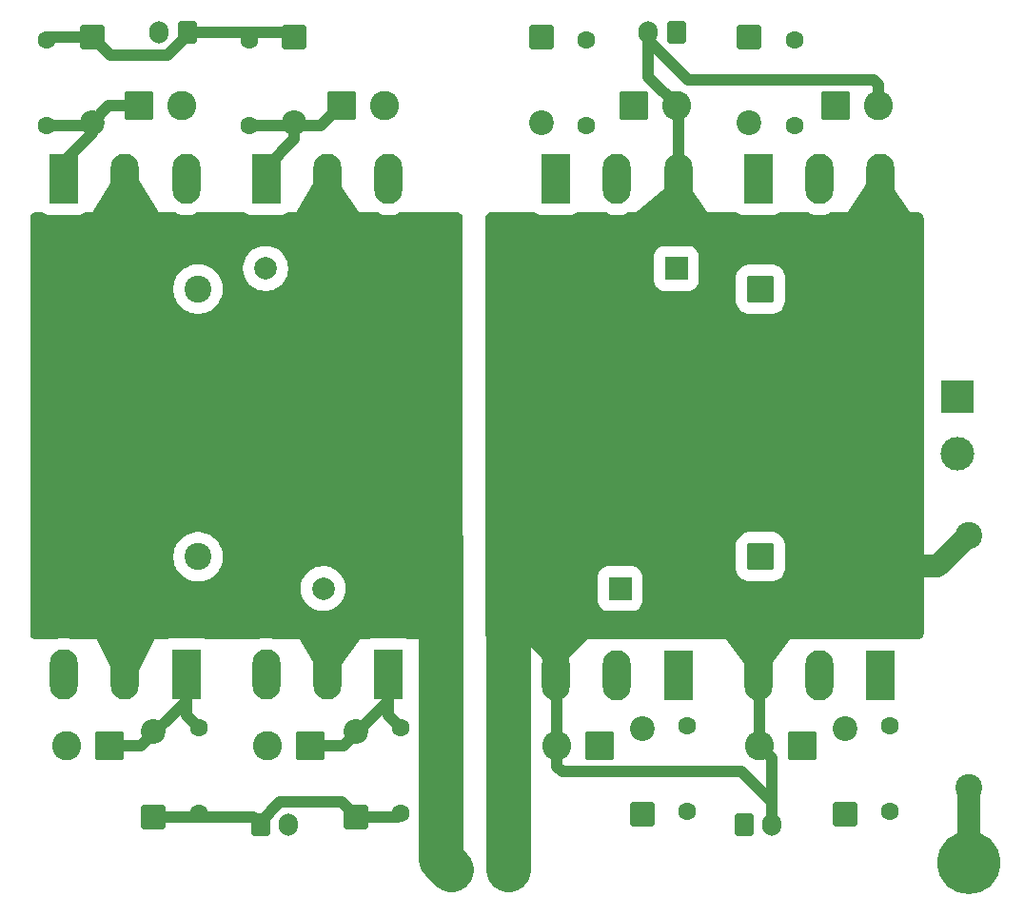
<source format=gbr>
%TF.GenerationSoftware,KiCad,Pcbnew,9.0.2*%
%TF.CreationDate,2025-07-13T13:24:00+03:30*%
%TF.ProjectId,paralleled-full-bridge,70617261-6c6c-4656-9c65-642d66756c6c,rev?*%
%TF.SameCoordinates,Original*%
%TF.FileFunction,Copper,L2,Bot*%
%TF.FilePolarity,Positive*%
%FSLAX46Y46*%
G04 Gerber Fmt 4.6, Leading zero omitted, Abs format (unit mm)*
G04 Created by KiCad (PCBNEW 9.0.2) date 2025-07-13 13:24:00*
%MOMM*%
%LPD*%
G01*
G04 APERTURE LIST*
G04 Aperture macros list*
%AMRoundRect*
0 Rectangle with rounded corners*
0 $1 Rounding radius*
0 $2 $3 $4 $5 $6 $7 $8 $9 X,Y pos of 4 corners*
0 Add a 4 corners polygon primitive as box body*
4,1,4,$2,$3,$4,$5,$6,$7,$8,$9,$2,$3,0*
0 Add four circle primitives for the rounded corners*
1,1,$1+$1,$2,$3*
1,1,$1+$1,$4,$5*
1,1,$1+$1,$6,$7*
1,1,$1+$1,$8,$9*
0 Add four rect primitives between the rounded corners*
20,1,$1+$1,$2,$3,$4,$5,0*
20,1,$1+$1,$4,$5,$6,$7,0*
20,1,$1+$1,$6,$7,$8,$9,0*
20,1,$1+$1,$8,$9,$2,$3,0*%
G04 Aperture macros list end*
%TA.AperFunction,Conductor*%
%ADD10C,0.200000*%
%TD*%
%TA.AperFunction,ComponentPad*%
%ADD11RoundRect,0.250000X1.050000X1.050000X-1.050000X1.050000X-1.050000X-1.050000X1.050000X-1.050000X0*%
%TD*%
%TA.AperFunction,ComponentPad*%
%ADD12C,2.600000*%
%TD*%
%TA.AperFunction,ComponentPad*%
%ADD13RoundRect,0.249999X-0.850001X0.850001X-0.850001X-0.850001X0.850001X-0.850001X0.850001X0.850001X0*%
%TD*%
%TA.AperFunction,ComponentPad*%
%ADD14C,2.200000*%
%TD*%
%TA.AperFunction,ComponentPad*%
%ADD15R,2.500000X4.500000*%
%TD*%
%TA.AperFunction,ComponentPad*%
%ADD16O,2.500000X4.500000*%
%TD*%
%TA.AperFunction,ComponentPad*%
%ADD17RoundRect,0.250001X0.949999X-0.949999X0.949999X0.949999X-0.949999X0.949999X-0.949999X-0.949999X0*%
%TD*%
%TA.AperFunction,ComponentPad*%
%ADD18C,2.400000*%
%TD*%
%TA.AperFunction,ComponentPad*%
%ADD19R,2.000000X2.000000*%
%TD*%
%TA.AperFunction,ComponentPad*%
%ADD20C,2.000000*%
%TD*%
%TA.AperFunction,ComponentPad*%
%ADD21C,1.600000*%
%TD*%
%TA.AperFunction,ComponentPad*%
%ADD22RoundRect,0.249999X0.850001X-0.850001X0.850001X0.850001X-0.850001X0.850001X-0.850001X-0.850001X0*%
%TD*%
%TA.AperFunction,ComponentPad*%
%ADD23RoundRect,0.250000X0.600000X0.750000X-0.600000X0.750000X-0.600000X-0.750000X0.600000X-0.750000X0*%
%TD*%
%TA.AperFunction,ComponentPad*%
%ADD24O,1.700000X2.000000*%
%TD*%
%TA.AperFunction,ComponentPad*%
%ADD25RoundRect,0.250000X-1.050000X-1.050000X1.050000X-1.050000X1.050000X1.050000X-1.050000X1.050000X0*%
%TD*%
%TA.AperFunction,ComponentPad*%
%ADD26RoundRect,0.250000X-0.600000X-0.750000X0.600000X-0.750000X0.600000X0.750000X-0.600000X0.750000X0*%
%TD*%
%TA.AperFunction,ComponentPad*%
%ADD27RoundRect,0.250001X-0.949999X0.949999X-0.949999X-0.949999X0.949999X-0.949999X0.949999X0.949999X0*%
%TD*%
%TA.AperFunction,ComponentPad*%
%ADD28C,2.800000*%
%TD*%
%TA.AperFunction,ComponentPad*%
%ADD29R,3.000000X3.000000*%
%TD*%
%TA.AperFunction,ComponentPad*%
%ADD30C,3.000000*%
%TD*%
%TA.AperFunction,ComponentPad*%
%ADD31C,3.600000*%
%TD*%
%TA.AperFunction,ConnectorPad*%
%ADD32C,5.600000*%
%TD*%
%TA.AperFunction,Conductor*%
%ADD33C,1.000000*%
%TD*%
%TA.AperFunction,Conductor*%
%ADD34C,0.400000*%
%TD*%
%TA.AperFunction,Conductor*%
%ADD35C,4.000000*%
%TD*%
%TA.AperFunction,Conductor*%
%ADD36C,2.000000*%
%TD*%
G04 APERTURE END LIST*
D10*
%TO.N,GNDREF*%
X83000000Y-36000000D02*
X76000000Y-36000000D01*
X79000000Y-33500000D01*
X81000000Y-33000000D01*
X83000000Y-36000000D01*
%TA.AperFunction,Conductor*%
G36*
X83000000Y-36000000D02*
G01*
X76000000Y-36000000D01*
X79000000Y-33500000D01*
X81000000Y-33000000D01*
X83000000Y-36000000D01*
G37*
%TD.AperFunction*%
%TO.N,VDC*%
X32000000Y-76500000D02*
X30000000Y-76500000D01*
X28000000Y-72500000D01*
X34000000Y-72500000D01*
X32000000Y-76500000D01*
%TA.AperFunction,Conductor*%
G36*
X32000000Y-76500000D02*
G01*
X30000000Y-76500000D01*
X28000000Y-72500000D01*
X34000000Y-72500000D01*
X32000000Y-76500000D01*
G37*
%TD.AperFunction*%
%TO.N,GNDREF*%
X70500000Y-75000000D02*
X70000000Y-76000000D01*
X68500000Y-76000000D01*
X68000000Y-75000000D01*
X66500000Y-73500000D01*
X72000000Y-73500000D01*
X70500000Y-75000000D01*
%TA.AperFunction,Conductor*%
G36*
X70500000Y-75000000D02*
G01*
X70000000Y-76000000D01*
X68500000Y-76000000D01*
X68000000Y-75000000D01*
X66500000Y-73500000D01*
X72000000Y-73500000D01*
X70500000Y-75000000D01*
G37*
%TD.AperFunction*%
%TO.N,VDC*%
X50000000Y-33000000D02*
X52000000Y-36000000D01*
X46000000Y-36000000D01*
X48000000Y-32500000D01*
X50000000Y-33000000D01*
%TA.AperFunction,Conductor*%
G36*
X50000000Y-33000000D02*
G01*
X52000000Y-36000000D01*
X46000000Y-36000000D01*
X48000000Y-32500000D01*
X50000000Y-33000000D01*
G37*
%TD.AperFunction*%
%TO.N,GNDREF*%
X101000000Y-36000000D02*
X95000000Y-36000000D01*
X97000000Y-33000000D01*
X99000000Y-33000000D01*
X101000000Y-36000000D01*
%TA.AperFunction,Conductor*%
G36*
X101000000Y-36000000D02*
G01*
X95000000Y-36000000D01*
X97000000Y-33000000D01*
X99000000Y-33000000D01*
X101000000Y-36000000D01*
G37*
%TD.AperFunction*%
%TO.N,VDC*%
X34500000Y-36500000D02*
X27500000Y-36500000D01*
X30000000Y-32500000D01*
X32000000Y-32500000D01*
X34500000Y-36500000D01*
%TA.AperFunction,Conductor*%
G36*
X34500000Y-36500000D02*
G01*
X27500000Y-36500000D01*
X30000000Y-32500000D01*
X32000000Y-32500000D01*
X34500000Y-36500000D01*
G37*
%TD.AperFunction*%
X50000000Y-76000000D02*
X48000000Y-76000000D01*
X46000000Y-72500000D01*
X52500000Y-72500000D01*
X50000000Y-76000000D01*
%TA.AperFunction,Conductor*%
G36*
X50000000Y-76000000D02*
G01*
X48000000Y-76000000D01*
X46000000Y-72500000D01*
X52500000Y-72500000D01*
X50000000Y-76000000D01*
G37*
%TD.AperFunction*%
%TO.N,GNDREF*%
X88500000Y-75500000D02*
X86000000Y-75500000D01*
X84500000Y-73500000D01*
X90000000Y-73500000D01*
X88500000Y-75500000D01*
%TA.AperFunction,Conductor*%
G36*
X88500000Y-75500000D02*
G01*
X86000000Y-75500000D01*
X84500000Y-73500000D01*
X90000000Y-73500000D01*
X88500000Y-75500000D01*
G37*
%TD.AperFunction*%
%TD*%
D11*
%TO.P,D16,1,A1*%
%TO.N,/Net-(D15-A1)*%
X47420000Y-83000000D03*
D12*
%TO.P,D16,2,A2*%
%TO.N,/BridgeRight*%
X43610000Y-83000000D03*
%TD*%
D13*
%TO.P,D2,1,K*%
%TO.N,/Gate Left High*%
X28000000Y-19890000D03*
D14*
%TO.P,D2,2,A*%
%TO.N,/Net-(D1-A)*%
X28000000Y-27510000D03*
%TD*%
D15*
%TO.P,Q6,1,G*%
%TO.N,/Net-(D15-A1)*%
X54400000Y-76640000D03*
D16*
%TO.P,Q6,2,C*%
%TO.N,VDC*%
X48950000Y-76640000D03*
%TO.P,Q6,3,E*%
%TO.N,/BridgeRight*%
X43500000Y-76640000D03*
%TD*%
D17*
%TO.P,D9,1,A1*%
%TO.N,VDC*%
X37450000Y-52500000D03*
D18*
%TO.P,D9,2,A2*%
%TO.N,/BridgeLeft*%
X37450000Y-42340000D03*
%TD*%
D19*
%TO.P,D13,1,K*%
%TO.N,/BridgeLeft*%
X80000000Y-40500000D03*
D20*
%TO.P,D13,2,A*%
%TO.N,GNDREF*%
X74920000Y-40500000D03*
%TD*%
D21*
%TO.P,R6,1*%
%TO.N,/Gate Right Low*%
X99000000Y-88810000D03*
%TO.P,R6,2*%
%TO.N,/Net-(D19-A)*%
X99000000Y-81190000D03*
%TD*%
%TO.P,R8,1*%
%TO.N,/Gate Right High*%
X55500000Y-89010000D03*
%TO.P,R8,2*%
%TO.N,/Net-(D15-A1)*%
X55500000Y-81390000D03*
%TD*%
D17*
%TO.P,D19,1,A1*%
%TO.N,/BridgeRight*%
X87500000Y-66160000D03*
D18*
%TO.P,D19,2,A2*%
%TO.N,GNDREF*%
X87500000Y-56000000D03*
%TD*%
D11*
%TO.P,D18,1,A1*%
%TO.N,/Net-(D17-A)*%
X73195000Y-83000000D03*
D12*
%TO.P,D18,2,A2*%
%TO.N,GNDREF*%
X69385000Y-83000000D03*
%TD*%
D19*
%TO.P,D11,1,K*%
%TO.N,VDC*%
X48540000Y-40500000D03*
D20*
%TO.P,D11,2,A*%
%TO.N,/BridgeLeft*%
X43460000Y-40500000D03*
%TD*%
D11*
%TO.P,D20,1,A1*%
%TO.N,/Net-(D19-A)*%
X91195000Y-83000000D03*
D12*
%TO.P,D20,2,A2*%
%TO.N,GNDREF*%
X87385000Y-83000000D03*
%TD*%
D22*
%TO.P,D24,1,K*%
%TO.N,/Gate Right Low*%
X95000000Y-89110000D03*
D14*
%TO.P,D24,2,A*%
%TO.N,/Net-(D19-A)*%
X95000000Y-81490000D03*
%TD*%
D23*
%TO.P,J2,1,Pin_1*%
%TO.N,/Gate Left Low*%
X80000000Y-19500000D03*
D24*
%TO.P,J2,2,Pin_2*%
%TO.N,GNDREF*%
X77500000Y-19500000D03*
%TD*%
D22*
%TO.P,D23,1,K*%
%TO.N,/Gate Right Low*%
X77000000Y-89120000D03*
D14*
%TO.P,D23,2,A*%
%TO.N,/Net-(D17-A)*%
X77000000Y-81500000D03*
%TD*%
D15*
%TO.P,Q3,1,G*%
%TO.N,/Net-(D5-A1)*%
X87275000Y-32500000D03*
D16*
%TO.P,Q3,2,C*%
%TO.N,/BridgeLeft*%
X92725000Y-32500000D03*
%TO.P,Q3,3,E*%
%TO.N,GNDREF*%
X98175000Y-32500000D03*
%TD*%
D25*
%TO.P,D1,1,A1*%
%TO.N,/Net-(D1-A)*%
X32190000Y-26000000D03*
D12*
%TO.P,D1,2,A2*%
%TO.N,/BridgeLeft*%
X36000000Y-26000000D03*
%TD*%
D21*
%TO.P,R2,1*%
%TO.N,/Gate Left High*%
X42000000Y-20190000D03*
%TO.P,R2,2*%
%TO.N,Net-(D3-A)*%
X42000000Y-27810000D03*
%TD*%
%TO.P,R3,1*%
%TO.N,/Gate Left Low*%
X72000000Y-20190000D03*
%TO.P,R3,2*%
%TO.N,/Net-(D6-A1)*%
X72000000Y-27810000D03*
%TD*%
D26*
%TO.P,J6,1,Pin_1*%
%TO.N,/Gate Right Low*%
X86000000Y-90000000D03*
D24*
%TO.P,J6,2,Pin_2*%
%TO.N,GNDREF*%
X88500000Y-90000000D03*
%TD*%
D27*
%TO.P,D12,1,A1*%
%TO.N,/BridgeLeft*%
X87500000Y-42340000D03*
D18*
%TO.P,D12,2,A2*%
%TO.N,GNDREF*%
X87500000Y-52500000D03*
%TD*%
D28*
%TO.P,Snubber1,1*%
%TO.N,GNDREF*%
X80575000Y-54610000D03*
%TO.P,Snubber1,2*%
%TO.N,VDC*%
X43075000Y-54610000D03*
%TD*%
D25*
%TO.P,D4,1,A1*%
%TO.N,Net-(D3-A)*%
X50190000Y-26000000D03*
D12*
%TO.P,D4,2,A2*%
%TO.N,/BridgeLeft*%
X54000000Y-26000000D03*
%TD*%
D21*
%TO.P,R1,1*%
%TO.N,/Gate Left High*%
X24000000Y-20190000D03*
%TO.P,R1,2*%
%TO.N,/Net-(D1-A)*%
X24000000Y-27810000D03*
%TD*%
D15*
%TO.P,Q7,1,G*%
%TO.N,/Net-(D17-A)*%
X80175000Y-76750000D03*
D16*
%TO.P,Q7,2,C*%
%TO.N,/BridgeRight*%
X74725000Y-76750000D03*
%TO.P,Q7,3,E*%
%TO.N,GNDREF*%
X69275000Y-76750000D03*
%TD*%
D19*
%TO.P,D15,1,K*%
%TO.N,VDC*%
X43500000Y-69000000D03*
D20*
%TO.P,D15,2,A*%
%TO.N,/BridgeRight*%
X48580000Y-69000000D03*
%TD*%
D15*
%TO.P,Q8,1,G*%
%TO.N,/Net-(D19-A)*%
X98175000Y-76750000D03*
D16*
%TO.P,Q8,2,C*%
%TO.N,/BridgeRight*%
X92725000Y-76750000D03*
%TO.P,Q8,3,E*%
%TO.N,GNDREF*%
X87275000Y-76750000D03*
%TD*%
D21*
%TO.P,R7,1*%
%TO.N,/Gate Right High*%
X37550000Y-89010000D03*
%TO.P,R7,2*%
%TO.N,/Net-(D13-A)*%
X37550000Y-81390000D03*
%TD*%
D19*
%TO.P,D17,1,K*%
%TO.N,/BridgeRight*%
X75000000Y-69000000D03*
D20*
%TO.P,D17,2,A*%
%TO.N,GNDREF*%
X80080000Y-69000000D03*
%TD*%
D13*
%TO.P,D7,1,K*%
%TO.N,/Gate Left Low*%
X86500000Y-19890000D03*
D14*
%TO.P,D7,2,A*%
%TO.N,/Net-(D5-A1)*%
X86500000Y-27510000D03*
%TD*%
D15*
%TO.P,Q2,1,G*%
%TO.N,Net-(D3-A)*%
X43500000Y-32500000D03*
D16*
%TO.P,Q2,2,C*%
%TO.N,VDC*%
X48950000Y-32500000D03*
%TO.P,Q2,3,E*%
%TO.N,/BridgeLeft*%
X54400000Y-32500000D03*
%TD*%
D25*
%TO.P,D6,1,A1*%
%TO.N,/Net-(D6-A1)*%
X76190000Y-26000000D03*
D12*
%TO.P,D6,2,A2*%
%TO.N,GNDREF*%
X80000000Y-26000000D03*
%TD*%
D22*
%TO.P,D22,1,K*%
%TO.N,/Gate Right High*%
X51500000Y-89310000D03*
D14*
%TO.P,D22,2,A*%
%TO.N,/Net-(D15-A1)*%
X51500000Y-81690000D03*
%TD*%
D26*
%TO.P,J4,1,Pin_1*%
%TO.N,/Gate Right High*%
X43000000Y-90000000D03*
D24*
%TO.P,J4,2,Pin_2*%
%TO.N,/BridgeRight*%
X45500000Y-90000000D03*
%TD*%
D29*
%TO.P,J5,1,Pin_1*%
%TO.N,GNDREF*%
X65040000Y-94000000D03*
D30*
%TO.P,J5,2,Pin_2*%
%TO.N,VDC*%
X59960000Y-94000000D03*
%TD*%
D23*
%TO.P,J1,1,Pin_1*%
%TO.N,/Gate Left High*%
X36500000Y-19500000D03*
D24*
%TO.P,J1,2,Pin_2*%
%TO.N,/BridgeLeft*%
X34000000Y-19500000D03*
%TD*%
D11*
%TO.P,D14,1,A1*%
%TO.N,/Net-(D13-A)*%
X29560000Y-83000000D03*
D12*
%TO.P,D14,2,A2*%
%TO.N,/BridgeRight*%
X25750000Y-83000000D03*
%TD*%
D25*
%TO.P,D8,1,A1*%
%TO.N,/Net-(D5-A1)*%
X94190000Y-26000000D03*
D12*
%TO.P,D8,2,A2*%
%TO.N,GNDREF*%
X98000000Y-26000000D03*
%TD*%
D21*
%TO.P,R4,1*%
%TO.N,/Gate Left Low*%
X90500000Y-20190000D03*
%TO.P,R4,2*%
%TO.N,/Net-(D5-A1)*%
X90500000Y-27810000D03*
%TD*%
D22*
%TO.P,D21,1,K*%
%TO.N,/Gate Right High*%
X33500000Y-89310000D03*
D14*
%TO.P,D21,2,A*%
%TO.N,/Net-(D13-A)*%
X33500000Y-81690000D03*
%TD*%
D13*
%TO.P,D3,1,K*%
%TO.N,/Gate Left High*%
X46000000Y-19890000D03*
D14*
%TO.P,D3,2,A*%
%TO.N,Net-(D3-A)*%
X46000000Y-27510000D03*
%TD*%
D31*
%TO.P,H4,1,1*%
%TO.N,GND*%
X106000000Y-93400000D03*
D32*
X106000000Y-93400000D03*
%TD*%
D18*
%TO.P,C1,1*%
%TO.N,GNDREF*%
X106000000Y-64250000D03*
%TO.P,C1,2*%
%TO.N,GND*%
X106000000Y-86750000D03*
%TD*%
D27*
%TO.P,D10,1,A1*%
%TO.N,VDC*%
X37450000Y-56000000D03*
D18*
%TO.P,D10,2,A2*%
%TO.N,/BridgeRight*%
X37450000Y-66160000D03*
%TD*%
D15*
%TO.P,Q5,1,G*%
%TO.N,/Net-(D13-A)*%
X36400000Y-76640000D03*
D16*
%TO.P,Q5,2,C*%
%TO.N,VDC*%
X30950000Y-76640000D03*
%TO.P,Q5,3,E*%
%TO.N,/BridgeRight*%
X25500000Y-76640000D03*
%TD*%
D13*
%TO.P,D5,1,K*%
%TO.N,/Gate Left Low*%
X68000000Y-19890000D03*
D14*
%TO.P,D5,2,A*%
%TO.N,/Net-(D6-A1)*%
X68000000Y-27510000D03*
%TD*%
D15*
%TO.P,Q1,1,G*%
%TO.N,/Net-(D1-A)*%
X25500000Y-32500000D03*
D16*
%TO.P,Q1,2,C*%
%TO.N,VDC*%
X30950000Y-32500000D03*
%TO.P,Q1,3,E*%
%TO.N,/BridgeLeft*%
X36400000Y-32500000D03*
%TD*%
D29*
%TO.P,J3,1,Pin_1*%
%TO.N,/BridgeLeft*%
X105000000Y-51920000D03*
D30*
%TO.P,J3,2,Pin_2*%
%TO.N,/BridgeRight*%
X105000000Y-57000000D03*
%TD*%
D21*
%TO.P,R5,1*%
%TO.N,/Gate Right Low*%
X81000000Y-88820000D03*
%TO.P,R5,2*%
%TO.N,/Net-(D17-A)*%
X81000000Y-81200000D03*
%TD*%
D15*
%TO.P,Q4,1,G*%
%TO.N,/Net-(D6-A1)*%
X69275000Y-32500000D03*
D16*
%TO.P,Q4,2,C*%
%TO.N,/BridgeLeft*%
X74725000Y-32500000D03*
%TO.P,Q4,3,E*%
%TO.N,GNDREF*%
X80175000Y-32500000D03*
%TD*%
D18*
%TO.P,R9,1*%
%TO.N,VDC*%
X50340000Y-54500000D03*
%TO.P,R9,2*%
%TO.N,GNDREF*%
X70660000Y-54500000D03*
%TD*%
D33*
%TO.N,GNDREF*%
X69847523Y-85301000D02*
X69385000Y-84838477D01*
D34*
X64500000Y-72500000D02*
X67000000Y-72500000D01*
D33*
X98000000Y-24161523D02*
X98000000Y-26000000D01*
X87385000Y-83000000D02*
X87385000Y-76860000D01*
X69385000Y-83000000D02*
X69385000Y-76860000D01*
X88500000Y-88000000D02*
X85801000Y-85301000D01*
D35*
X65040000Y-94000000D02*
X65040000Y-71960000D01*
D33*
X81072892Y-23699000D02*
X97537477Y-23699000D01*
X77500000Y-19500000D02*
X77500000Y-20126108D01*
X77500000Y-19500000D02*
X77500000Y-23433892D01*
X88500000Y-84115000D02*
X87385000Y-83000000D01*
X80175000Y-26108892D02*
X80175000Y-32500000D01*
X88500000Y-90000000D02*
X88500000Y-88000000D01*
D36*
X103250000Y-67000000D02*
X95500000Y-67000000D01*
D33*
X69385000Y-84838477D02*
X69385000Y-83000000D01*
X77500000Y-23433892D02*
X80175000Y-26108892D01*
X77500000Y-20126108D02*
X81072892Y-23699000D01*
X100640000Y-67360000D02*
X100500000Y-67500000D01*
D34*
X64000000Y-73000000D02*
X64500000Y-72500000D01*
D33*
X65040000Y-71960000D02*
X65500000Y-71500000D01*
X97537477Y-23699000D02*
X98000000Y-24161523D01*
D36*
X106000000Y-64250000D02*
X103250000Y-67000000D01*
D33*
X88500000Y-90000000D02*
X88500000Y-84115000D01*
X85801000Y-85301000D02*
X69847523Y-85301000D01*
D36*
%TO.N,GND*%
X106000000Y-86750000D02*
X106000000Y-93400000D01*
D35*
%TO.N,VDC*%
X59960000Y-94000000D02*
X59000000Y-93040000D01*
X59000000Y-93040000D02*
X59000000Y-64500000D01*
D33*
%TO.N,/Gate Left High*%
X24300000Y-19890000D02*
X24000000Y-20190000D01*
X29611000Y-21501000D02*
X28000000Y-19890000D01*
X28000000Y-19890000D02*
X24300000Y-19890000D01*
X36500000Y-19767709D02*
X34766709Y-21501000D01*
X34766709Y-21501000D02*
X29611000Y-21501000D01*
X36500000Y-19500000D02*
X45610000Y-19500000D01*
%TO.N,Net-(D3-A)*%
X48380000Y-27810000D02*
X50190000Y-26000000D01*
X42000000Y-27810000D02*
X48380000Y-27810000D01*
X46000000Y-29000000D02*
X46000000Y-27510000D01*
X43500000Y-31500000D02*
X46000000Y-29000000D01*
%TO.N,/Gate Right High*%
X43000000Y-89732291D02*
X44733291Y-87999000D01*
X55200000Y-89310000D02*
X55500000Y-89010000D01*
X33500000Y-89310000D02*
X42310000Y-89310000D01*
X51500000Y-89310000D02*
X55200000Y-89310000D01*
X44733291Y-87999000D02*
X50189000Y-87999000D01*
X42310000Y-89310000D02*
X43000000Y-90000000D01*
X50189000Y-87999000D02*
X51500000Y-89310000D01*
%TO.N,/Net-(D1-A)*%
X29510000Y-26000000D02*
X28000000Y-27510000D01*
X32190000Y-26000000D02*
X29510000Y-26000000D01*
X28000000Y-28500000D02*
X28000000Y-27510000D01*
X25500000Y-31000000D02*
X28000000Y-28500000D01*
X24000000Y-27810000D02*
X27700000Y-27810000D01*
%TO.N,/Net-(D13-A)*%
X36400000Y-80240000D02*
X37550000Y-81390000D01*
X29560000Y-83000000D02*
X32400000Y-83000000D01*
X36400000Y-76640000D02*
X36400000Y-79000000D01*
X32400000Y-83000000D02*
X36400000Y-79000000D01*
X36400000Y-79000000D02*
X36400000Y-80240000D01*
%TO.N,/Net-(D15-A1)*%
X50400000Y-83000000D02*
X54400000Y-79000000D01*
X54400000Y-80290000D02*
X55500000Y-81390000D01*
X47420000Y-83000000D02*
X50400000Y-83000000D01*
X54400000Y-76640000D02*
X54400000Y-79000000D01*
X54400000Y-79000000D02*
X54400000Y-80290000D01*
%TD*%
%TA.AperFunction,Conductor*%
%TO.N,GNDREF*%
G36*
X67384479Y-35519685D02*
G01*
X67395800Y-35527898D01*
X67471587Y-35589694D01*
X67471590Y-35589695D01*
X67471593Y-35589698D01*
X67651951Y-35683909D01*
X67847582Y-35739886D01*
X67966963Y-35750500D01*
X70583036Y-35750499D01*
X70702418Y-35739886D01*
X70898049Y-35683909D01*
X71078407Y-35589698D01*
X71094072Y-35576925D01*
X71154200Y-35527898D01*
X71218596Y-35500789D01*
X71232560Y-35500000D01*
X73654875Y-35500000D01*
X73716877Y-35516614D01*
X73727493Y-35522743D01*
X74000048Y-35635639D01*
X74285007Y-35711993D01*
X74563415Y-35748646D01*
X74577478Y-35750498D01*
X74577494Y-35750500D01*
X74577501Y-35750500D01*
X74872499Y-35750500D01*
X74872506Y-35750500D01*
X75164993Y-35711993D01*
X75449952Y-35635639D01*
X75722507Y-35522743D01*
X75733123Y-35516614D01*
X75795125Y-35500000D01*
X85317440Y-35500000D01*
X85384479Y-35519685D01*
X85395800Y-35527898D01*
X85471587Y-35589694D01*
X85471590Y-35589695D01*
X85471593Y-35589698D01*
X85651951Y-35683909D01*
X85847582Y-35739886D01*
X85966963Y-35750500D01*
X88583036Y-35750499D01*
X88702418Y-35739886D01*
X88898049Y-35683909D01*
X89078407Y-35589698D01*
X89094072Y-35576925D01*
X89154200Y-35527898D01*
X89218596Y-35500789D01*
X89232560Y-35500000D01*
X91654875Y-35500000D01*
X91716877Y-35516614D01*
X91727493Y-35522743D01*
X92000048Y-35635639D01*
X92285007Y-35711993D01*
X92563415Y-35748646D01*
X92577478Y-35750498D01*
X92577494Y-35750500D01*
X92577501Y-35750500D01*
X92872499Y-35750500D01*
X92872506Y-35750500D01*
X93164993Y-35711993D01*
X93449952Y-35635639D01*
X93722507Y-35522743D01*
X93733123Y-35516614D01*
X93795125Y-35500000D01*
X101491874Y-35500000D01*
X101508059Y-35501061D01*
X101613223Y-35514906D01*
X101644491Y-35523284D01*
X101734918Y-35560740D01*
X101762952Y-35576925D01*
X101840602Y-35636509D01*
X101863491Y-35659398D01*
X101923074Y-35737048D01*
X101939259Y-35765081D01*
X101976715Y-35855508D01*
X101985093Y-35886775D01*
X101998939Y-35991939D01*
X102000000Y-36008125D01*
X102000000Y-72991874D01*
X101998939Y-73008059D01*
X101998939Y-73008060D01*
X101985093Y-73113224D01*
X101976715Y-73144491D01*
X101939259Y-73234918D01*
X101923074Y-73262951D01*
X101863491Y-73340601D01*
X101840601Y-73363491D01*
X101762951Y-73423074D01*
X101734918Y-73439259D01*
X101644491Y-73476715D01*
X101613224Y-73485093D01*
X101519398Y-73497446D01*
X101508058Y-73498939D01*
X101491874Y-73500000D01*
X99494160Y-73500000D01*
X99483185Y-73499513D01*
X99483038Y-73499500D01*
X96866971Y-73499500D01*
X96866950Y-73499501D01*
X96866826Y-73499513D01*
X96855852Y-73500000D01*
X93500000Y-73500000D01*
X92884193Y-73500000D01*
X92876082Y-73499734D01*
X92872512Y-73499500D01*
X92872506Y-73499500D01*
X92577494Y-73499500D01*
X92577488Y-73499500D01*
X92573918Y-73499734D01*
X92565807Y-73500000D01*
X81494160Y-73500000D01*
X81483185Y-73499513D01*
X81483038Y-73499500D01*
X78866971Y-73499500D01*
X78866950Y-73499501D01*
X78866826Y-73499513D01*
X78855852Y-73500000D01*
X74884193Y-73500000D01*
X74876082Y-73499734D01*
X74872512Y-73499500D01*
X74872506Y-73499500D01*
X74577494Y-73499500D01*
X74577488Y-73499500D01*
X74573918Y-73499734D01*
X74565807Y-73500000D01*
X63508126Y-73500000D01*
X63491941Y-73498939D01*
X63478917Y-73497224D01*
X63386775Y-73485093D01*
X63355508Y-73476715D01*
X63265081Y-73439259D01*
X63237048Y-73423074D01*
X63159398Y-73363491D01*
X63136508Y-73340601D01*
X63076925Y-73262951D01*
X63060740Y-73234918D01*
X63023284Y-73144491D01*
X63014906Y-73113223D01*
X63001061Y-73008059D01*
X63000000Y-72991874D01*
X63000000Y-67941966D01*
X72999500Y-67941966D01*
X72999500Y-70058028D01*
X72999501Y-70058034D01*
X73010113Y-70177415D01*
X73066089Y-70373045D01*
X73066090Y-70373048D01*
X73066091Y-70373049D01*
X73160302Y-70553407D01*
X73160304Y-70553409D01*
X73288890Y-70711109D01*
X73382803Y-70787684D01*
X73446593Y-70839698D01*
X73626951Y-70933909D01*
X73822582Y-70989886D01*
X73941963Y-71000500D01*
X76058036Y-71000499D01*
X76177418Y-70989886D01*
X76373049Y-70933909D01*
X76553407Y-70839698D01*
X76711109Y-70711109D01*
X76839698Y-70553407D01*
X76933909Y-70373049D01*
X76989886Y-70177418D01*
X77000500Y-70058037D01*
X77000499Y-67941964D01*
X76989886Y-67822582D01*
X76933909Y-67626951D01*
X76839698Y-67446593D01*
X76787684Y-67382803D01*
X76711109Y-67288890D01*
X76553409Y-67160304D01*
X76553410Y-67160304D01*
X76553407Y-67160302D01*
X76373049Y-67066091D01*
X76373048Y-67066090D01*
X76373045Y-67066089D01*
X76255829Y-67032550D01*
X76177418Y-67010114D01*
X76177415Y-67010113D01*
X76177413Y-67010113D01*
X76111102Y-67004217D01*
X76058037Y-66999500D01*
X76058032Y-66999500D01*
X73941971Y-66999500D01*
X73941965Y-66999500D01*
X73941964Y-66999501D01*
X73930316Y-67000536D01*
X73822584Y-67010113D01*
X73626954Y-67066089D01*
X73536772Y-67113196D01*
X73446593Y-67160302D01*
X73446591Y-67160303D01*
X73446590Y-67160304D01*
X73288890Y-67288890D01*
X73160304Y-67446590D01*
X73066089Y-67626954D01*
X73010114Y-67822583D01*
X73010113Y-67822586D01*
X72999500Y-67941966D01*
X63000000Y-67941966D01*
X63000000Y-65145778D01*
X85299500Y-65145778D01*
X85299500Y-67174221D01*
X85309904Y-67306412D01*
X85309905Y-67306419D01*
X85364902Y-67524678D01*
X85364903Y-67524681D01*
X85457991Y-67729622D01*
X85457997Y-67729632D01*
X85586174Y-67914645D01*
X85586178Y-67914650D01*
X85586181Y-67914654D01*
X85745346Y-68073819D01*
X85745350Y-68073822D01*
X85745354Y-68073825D01*
X85884603Y-68170297D01*
X85930374Y-68202007D01*
X86135317Y-68295096D01*
X86135321Y-68295097D01*
X86353580Y-68350094D01*
X86353582Y-68350094D01*
X86353589Y-68350096D01*
X86485784Y-68360500D01*
X86485792Y-68360500D01*
X88514208Y-68360500D01*
X88514216Y-68360500D01*
X88646411Y-68350096D01*
X88864683Y-68295096D01*
X89069626Y-68202007D01*
X89254654Y-68073819D01*
X89413819Y-67914654D01*
X89542007Y-67729626D01*
X89635096Y-67524683D01*
X89690096Y-67306411D01*
X89700500Y-67174216D01*
X89700500Y-65145784D01*
X89690096Y-65013589D01*
X89635096Y-64795317D01*
X89542007Y-64590374D01*
X89413819Y-64405346D01*
X89254654Y-64246181D01*
X89254650Y-64246178D01*
X89254645Y-64246174D01*
X89069632Y-64117997D01*
X89069630Y-64117995D01*
X89069626Y-64117993D01*
X88864683Y-64024904D01*
X88864681Y-64024903D01*
X88864678Y-64024902D01*
X88646419Y-63969905D01*
X88646412Y-63969904D01*
X88514221Y-63959500D01*
X88514216Y-63959500D01*
X86485784Y-63959500D01*
X86485778Y-63959500D01*
X86353587Y-63969904D01*
X86353580Y-63969905D01*
X86135321Y-64024902D01*
X86135318Y-64024903D01*
X85930377Y-64117991D01*
X85930367Y-64117997D01*
X85745354Y-64246174D01*
X85745342Y-64246184D01*
X85586184Y-64405342D01*
X85586174Y-64405354D01*
X85457997Y-64590367D01*
X85457991Y-64590377D01*
X85364903Y-64795318D01*
X85364902Y-64795321D01*
X85309905Y-65013580D01*
X85309904Y-65013587D01*
X85299500Y-65145778D01*
X63000000Y-65145778D01*
X63000000Y-39441966D01*
X77999500Y-39441966D01*
X77999500Y-41558028D01*
X77999501Y-41558034D01*
X78010113Y-41677415D01*
X78066089Y-41873045D01*
X78066090Y-41873048D01*
X78066091Y-41873049D01*
X78160302Y-42053407D01*
X78160304Y-42053409D01*
X78288890Y-42211109D01*
X78382803Y-42287684D01*
X78446593Y-42339698D01*
X78626951Y-42433909D01*
X78822582Y-42489886D01*
X78941963Y-42500500D01*
X81058036Y-42500499D01*
X81177418Y-42489886D01*
X81373049Y-42433909D01*
X81553407Y-42339698D01*
X81711109Y-42211109D01*
X81839698Y-42053407D01*
X81933909Y-41873049D01*
X81989886Y-41677418D01*
X82000500Y-41558037D01*
X82000500Y-41325778D01*
X85299500Y-41325778D01*
X85299500Y-43354221D01*
X85309904Y-43486412D01*
X85309905Y-43486419D01*
X85364902Y-43704678D01*
X85364903Y-43704681D01*
X85457991Y-43909622D01*
X85457997Y-43909632D01*
X85586174Y-44094645D01*
X85586178Y-44094650D01*
X85586181Y-44094654D01*
X85745346Y-44253819D01*
X85745350Y-44253822D01*
X85745354Y-44253825D01*
X85884603Y-44350297D01*
X85930374Y-44382007D01*
X86135317Y-44475096D01*
X86135321Y-44475097D01*
X86353580Y-44530094D01*
X86353582Y-44530094D01*
X86353589Y-44530096D01*
X86485784Y-44540500D01*
X86485792Y-44540500D01*
X88514208Y-44540500D01*
X88514216Y-44540500D01*
X88646411Y-44530096D01*
X88864683Y-44475096D01*
X89069626Y-44382007D01*
X89254654Y-44253819D01*
X89413819Y-44094654D01*
X89542007Y-43909626D01*
X89635096Y-43704683D01*
X89690096Y-43486411D01*
X89700500Y-43354216D01*
X89700500Y-41325784D01*
X89690096Y-41193589D01*
X89635096Y-40975317D01*
X89542007Y-40770374D01*
X89413819Y-40585346D01*
X89254654Y-40426181D01*
X89254650Y-40426178D01*
X89254645Y-40426174D01*
X89069632Y-40297997D01*
X89069630Y-40297995D01*
X89069626Y-40297993D01*
X88864683Y-40204904D01*
X88864681Y-40204903D01*
X88864678Y-40204902D01*
X88646419Y-40149905D01*
X88646412Y-40149904D01*
X88514221Y-40139500D01*
X88514216Y-40139500D01*
X86485784Y-40139500D01*
X86485778Y-40139500D01*
X86353587Y-40149904D01*
X86353580Y-40149905D01*
X86135321Y-40204902D01*
X86135318Y-40204903D01*
X85930377Y-40297991D01*
X85930367Y-40297997D01*
X85745354Y-40426174D01*
X85745342Y-40426184D01*
X85586184Y-40585342D01*
X85586174Y-40585354D01*
X85457997Y-40770367D01*
X85457991Y-40770377D01*
X85364903Y-40975318D01*
X85364902Y-40975321D01*
X85309905Y-41193580D01*
X85309904Y-41193587D01*
X85299500Y-41325778D01*
X82000500Y-41325778D01*
X82000499Y-40426184D01*
X82000499Y-39441971D01*
X82000499Y-39441964D01*
X81989886Y-39322582D01*
X81933909Y-39126951D01*
X81839698Y-38946593D01*
X81787684Y-38882803D01*
X81711109Y-38788890D01*
X81553409Y-38660304D01*
X81553410Y-38660304D01*
X81553407Y-38660302D01*
X81373049Y-38566091D01*
X81373048Y-38566090D01*
X81373045Y-38566089D01*
X81255829Y-38532550D01*
X81177418Y-38510114D01*
X81177415Y-38510113D01*
X81177413Y-38510113D01*
X81111102Y-38504217D01*
X81058037Y-38499500D01*
X81058032Y-38499500D01*
X78941971Y-38499500D01*
X78941965Y-38499500D01*
X78941964Y-38499501D01*
X78930316Y-38500536D01*
X78822584Y-38510113D01*
X78626954Y-38566089D01*
X78536772Y-38613196D01*
X78446593Y-38660302D01*
X78446591Y-38660303D01*
X78446590Y-38660304D01*
X78288890Y-38788890D01*
X78160304Y-38946590D01*
X78066089Y-39126954D01*
X78010114Y-39322583D01*
X78010113Y-39322586D01*
X77999500Y-39441966D01*
X63000000Y-39441966D01*
X63000000Y-36008125D01*
X63001061Y-35991940D01*
X63014906Y-35886776D01*
X63014906Y-35886775D01*
X63023284Y-35855508D01*
X63060740Y-35765081D01*
X63076923Y-35737050D01*
X63136513Y-35659392D01*
X63159392Y-35636513D01*
X63237050Y-35576923D01*
X63265079Y-35560740D01*
X63355509Y-35523283D01*
X63386775Y-35514906D01*
X63491941Y-35501061D01*
X63508126Y-35500000D01*
X67317440Y-35500000D01*
X67384479Y-35519685D01*
G37*
%TD.AperFunction*%
%TD*%
%TA.AperFunction,Conductor*%
%TO.N,VDC*%
G36*
X23609479Y-35519685D02*
G01*
X23620800Y-35527898D01*
X23696587Y-35589694D01*
X23696590Y-35589695D01*
X23696593Y-35589698D01*
X23876951Y-35683909D01*
X24072582Y-35739886D01*
X24191963Y-35750500D01*
X26808036Y-35750499D01*
X26927418Y-35739886D01*
X27123049Y-35683909D01*
X27303407Y-35589698D01*
X27319072Y-35576925D01*
X27379200Y-35527898D01*
X27443596Y-35500789D01*
X27457560Y-35500000D01*
X35329875Y-35500000D01*
X35391877Y-35516614D01*
X35402493Y-35522743D01*
X35675048Y-35635639D01*
X35960007Y-35711993D01*
X36238415Y-35748646D01*
X36252478Y-35750498D01*
X36252494Y-35750500D01*
X36252501Y-35750500D01*
X36547499Y-35750500D01*
X36547506Y-35750500D01*
X36839993Y-35711993D01*
X37124952Y-35635639D01*
X37397507Y-35522743D01*
X37408123Y-35516614D01*
X37470125Y-35500000D01*
X41542440Y-35500000D01*
X41609479Y-35519685D01*
X41620800Y-35527898D01*
X41696587Y-35589694D01*
X41696590Y-35589695D01*
X41696593Y-35589698D01*
X41876951Y-35683909D01*
X42072582Y-35739886D01*
X42191963Y-35750500D01*
X44808036Y-35750499D01*
X44927418Y-35739886D01*
X45123049Y-35683909D01*
X45303407Y-35589698D01*
X45319072Y-35576925D01*
X45379200Y-35527898D01*
X45443596Y-35500789D01*
X45457560Y-35500000D01*
X53329875Y-35500000D01*
X53391877Y-35516614D01*
X53402493Y-35522743D01*
X53675048Y-35635639D01*
X53960007Y-35711993D01*
X54238415Y-35748646D01*
X54252478Y-35750498D01*
X54252494Y-35750500D01*
X54252501Y-35750500D01*
X54547499Y-35750500D01*
X54547506Y-35750500D01*
X54839993Y-35711993D01*
X55124952Y-35635639D01*
X55397507Y-35522743D01*
X55408123Y-35516614D01*
X55470125Y-35500000D01*
X60491874Y-35500000D01*
X60508059Y-35501061D01*
X60613223Y-35514906D01*
X60644491Y-35523284D01*
X60734918Y-35560740D01*
X60762952Y-35576925D01*
X60840602Y-35636509D01*
X60863491Y-35659398D01*
X60923074Y-35737048D01*
X60939259Y-35765081D01*
X60976715Y-35855508D01*
X60985093Y-35886775D01*
X60998939Y-35991939D01*
X61000000Y-36008125D01*
X61000000Y-72991874D01*
X60998939Y-73008059D01*
X60998939Y-73008060D01*
X60985093Y-73113224D01*
X60976715Y-73144491D01*
X60939259Y-73234918D01*
X60923074Y-73262951D01*
X60863491Y-73340601D01*
X60840601Y-73363491D01*
X60762951Y-73423074D01*
X60734918Y-73439259D01*
X60644491Y-73476715D01*
X60613224Y-73485093D01*
X60519398Y-73497446D01*
X60508058Y-73498939D01*
X60491874Y-73500000D01*
X56137544Y-73500000D01*
X56080134Y-73485909D01*
X56023047Y-73456090D01*
X55924903Y-73428008D01*
X55827418Y-73400114D01*
X55827415Y-73400113D01*
X55827413Y-73400113D01*
X55761102Y-73394217D01*
X55708037Y-73389500D01*
X55708032Y-73389500D01*
X53091971Y-73389500D01*
X53091965Y-73389500D01*
X53091964Y-73389501D01*
X53080316Y-73390536D01*
X52972584Y-73400113D01*
X52776953Y-73456090D01*
X52776951Y-73456090D01*
X52719866Y-73485909D01*
X52662456Y-73500000D01*
X44225001Y-73500000D01*
X44192908Y-73495775D01*
X43939993Y-73428007D01*
X43891113Y-73421571D01*
X43647513Y-73389500D01*
X43647506Y-73389500D01*
X43352494Y-73389500D01*
X43352486Y-73389500D01*
X43074085Y-73426153D01*
X43060007Y-73428007D01*
X42807092Y-73495775D01*
X42774999Y-73500000D01*
X38137544Y-73500000D01*
X38080134Y-73485909D01*
X38023047Y-73456090D01*
X37924903Y-73428008D01*
X37827418Y-73400114D01*
X37827415Y-73400113D01*
X37827413Y-73400113D01*
X37761102Y-73394217D01*
X37708037Y-73389500D01*
X37708032Y-73389500D01*
X35091971Y-73389500D01*
X35091965Y-73389500D01*
X35091964Y-73389501D01*
X35080316Y-73390536D01*
X34972584Y-73400113D01*
X34776953Y-73456090D01*
X34776951Y-73456090D01*
X34719866Y-73485909D01*
X34662456Y-73500000D01*
X26225001Y-73500000D01*
X26192908Y-73495775D01*
X25939993Y-73428007D01*
X25891113Y-73421571D01*
X25647513Y-73389500D01*
X25647506Y-73389500D01*
X25352494Y-73389500D01*
X25352486Y-73389500D01*
X25074085Y-73426153D01*
X25060007Y-73428007D01*
X24807092Y-73495775D01*
X24774999Y-73500000D01*
X23008126Y-73500000D01*
X22991941Y-73498939D01*
X22967908Y-73495775D01*
X22886775Y-73485093D01*
X22855508Y-73476715D01*
X22765081Y-73439259D01*
X22737048Y-73423074D01*
X22659398Y-73363491D01*
X22636508Y-73340601D01*
X22576925Y-73262951D01*
X22560740Y-73234918D01*
X22523284Y-73144491D01*
X22514906Y-73113223D01*
X22501061Y-73008059D01*
X22500000Y-72991874D01*
X22500000Y-68868872D01*
X46579500Y-68868872D01*
X46579500Y-69131127D01*
X46606123Y-69333339D01*
X46613730Y-69391116D01*
X46681602Y-69644418D01*
X46681605Y-69644428D01*
X46781953Y-69886690D01*
X46781958Y-69886700D01*
X46913075Y-70113803D01*
X47072718Y-70321851D01*
X47072726Y-70321860D01*
X47258140Y-70507274D01*
X47258148Y-70507281D01*
X47466196Y-70666924D01*
X47693299Y-70798041D01*
X47693309Y-70798046D01*
X47935571Y-70898394D01*
X47935581Y-70898398D01*
X48188884Y-70966270D01*
X48448880Y-71000500D01*
X48448887Y-71000500D01*
X48711113Y-71000500D01*
X48711120Y-71000500D01*
X48971116Y-70966270D01*
X49224419Y-70898398D01*
X49466697Y-70798043D01*
X49693803Y-70666924D01*
X49901851Y-70507282D01*
X49901855Y-70507277D01*
X49901860Y-70507274D01*
X50087274Y-70321860D01*
X50087277Y-70321855D01*
X50087282Y-70321851D01*
X50246924Y-70113803D01*
X50378043Y-69886697D01*
X50478398Y-69644419D01*
X50546270Y-69391116D01*
X50580500Y-69131120D01*
X50580500Y-68868880D01*
X50546270Y-68608884D01*
X50478398Y-68355581D01*
X50478394Y-68355571D01*
X50378046Y-68113309D01*
X50378041Y-68113299D01*
X50246924Y-67886196D01*
X50087281Y-67678148D01*
X50087274Y-67678140D01*
X49901860Y-67492726D01*
X49901851Y-67492718D01*
X49693803Y-67333075D01*
X49466700Y-67201958D01*
X49466690Y-67201953D01*
X49224428Y-67101605D01*
X49224421Y-67101603D01*
X49224419Y-67101602D01*
X48971116Y-67033730D01*
X48913339Y-67026123D01*
X48711127Y-66999500D01*
X48711120Y-66999500D01*
X48448880Y-66999500D01*
X48448872Y-66999500D01*
X48217772Y-67029926D01*
X48188884Y-67033730D01*
X47935581Y-67101602D01*
X47935571Y-67101605D01*
X47693309Y-67201953D01*
X47693299Y-67201958D01*
X47466196Y-67333075D01*
X47258148Y-67492718D01*
X47072718Y-67678148D01*
X46913075Y-67886196D01*
X46781958Y-68113299D01*
X46781953Y-68113309D01*
X46681605Y-68355571D01*
X46681602Y-68355581D01*
X46613730Y-68608885D01*
X46579500Y-68868872D01*
X22500000Y-68868872D01*
X22500000Y-66015778D01*
X35249500Y-66015778D01*
X35249500Y-66304221D01*
X35249501Y-66304238D01*
X35287149Y-66590206D01*
X35287150Y-66590211D01*
X35287151Y-66590217D01*
X35287152Y-66590219D01*
X35361809Y-66868844D01*
X35361814Y-66868860D01*
X35472191Y-67135336D01*
X35472199Y-67135352D01*
X35616420Y-67385148D01*
X35616431Y-67385164D01*
X35792024Y-67614002D01*
X35792030Y-67614009D01*
X35995990Y-67817969D01*
X35995996Y-67817974D01*
X36224844Y-67993575D01*
X36224851Y-67993579D01*
X36474647Y-68137800D01*
X36474663Y-68137808D01*
X36741139Y-68248185D01*
X36741145Y-68248186D01*
X36741155Y-68248191D01*
X37019783Y-68322849D01*
X37305772Y-68360500D01*
X37305779Y-68360500D01*
X37594221Y-68360500D01*
X37594228Y-68360500D01*
X37880217Y-68322849D01*
X38158845Y-68248191D01*
X38158857Y-68248185D01*
X38158860Y-68248185D01*
X38425336Y-68137808D01*
X38425339Y-68137806D01*
X38425345Y-68137804D01*
X38675156Y-67993575D01*
X38904004Y-67817974D01*
X39107974Y-67614004D01*
X39283575Y-67385156D01*
X39427804Y-67135345D01*
X39441780Y-67101605D01*
X39538185Y-66868860D01*
X39538185Y-66868857D01*
X39538191Y-66868845D01*
X39612849Y-66590217D01*
X39650500Y-66304228D01*
X39650500Y-66015772D01*
X39612849Y-65729783D01*
X39538191Y-65451155D01*
X39538186Y-65451145D01*
X39538185Y-65451139D01*
X39427808Y-65184663D01*
X39427800Y-65184647D01*
X39283579Y-64934851D01*
X39283575Y-64934844D01*
X39107974Y-64705996D01*
X39107969Y-64705990D01*
X38904009Y-64502030D01*
X38904002Y-64502024D01*
X38675164Y-64326431D01*
X38675162Y-64326429D01*
X38675156Y-64326425D01*
X38675151Y-64326422D01*
X38675148Y-64326420D01*
X38425352Y-64182199D01*
X38425336Y-64182191D01*
X38158860Y-64071814D01*
X38158848Y-64071810D01*
X38158845Y-64071809D01*
X37880217Y-63997151D01*
X37880211Y-63997150D01*
X37880206Y-63997149D01*
X37594238Y-63959501D01*
X37594233Y-63959500D01*
X37594228Y-63959500D01*
X37305772Y-63959500D01*
X37305766Y-63959500D01*
X37305761Y-63959501D01*
X37019793Y-63997149D01*
X37019786Y-63997150D01*
X37019783Y-63997151D01*
X36741155Y-64071809D01*
X36741139Y-64071814D01*
X36474663Y-64182191D01*
X36474647Y-64182199D01*
X36224851Y-64326420D01*
X36224835Y-64326431D01*
X35995997Y-64502024D01*
X35995990Y-64502030D01*
X35792030Y-64705990D01*
X35792024Y-64705997D01*
X35616431Y-64934835D01*
X35616420Y-64934851D01*
X35472199Y-65184647D01*
X35472191Y-65184663D01*
X35361814Y-65451139D01*
X35361809Y-65451155D01*
X35287152Y-65729780D01*
X35287149Y-65729793D01*
X35249501Y-66015761D01*
X35249500Y-66015778D01*
X22500000Y-66015778D01*
X22500000Y-42195778D01*
X35249500Y-42195778D01*
X35249500Y-42484221D01*
X35249501Y-42484238D01*
X35287149Y-42770206D01*
X35287150Y-42770211D01*
X35287151Y-42770217D01*
X35287152Y-42770219D01*
X35361809Y-43048844D01*
X35361814Y-43048860D01*
X35472191Y-43315336D01*
X35472199Y-43315352D01*
X35616420Y-43565148D01*
X35616431Y-43565164D01*
X35792024Y-43794002D01*
X35792030Y-43794009D01*
X35995990Y-43997969D01*
X35995996Y-43997974D01*
X36224844Y-44173575D01*
X36224851Y-44173579D01*
X36474647Y-44317800D01*
X36474663Y-44317808D01*
X36741139Y-44428185D01*
X36741145Y-44428186D01*
X36741155Y-44428191D01*
X37019783Y-44502849D01*
X37305772Y-44540500D01*
X37305779Y-44540500D01*
X37594221Y-44540500D01*
X37594228Y-44540500D01*
X37880217Y-44502849D01*
X38158845Y-44428191D01*
X38158857Y-44428185D01*
X38158860Y-44428185D01*
X38425336Y-44317808D01*
X38425339Y-44317806D01*
X38425345Y-44317804D01*
X38675156Y-44173575D01*
X38904004Y-43997974D01*
X39107974Y-43794004D01*
X39283575Y-43565156D01*
X39427804Y-43315345D01*
X39538191Y-43048845D01*
X39612849Y-42770217D01*
X39650500Y-42484228D01*
X39650500Y-42195772D01*
X39612849Y-41909783D01*
X39538191Y-41631155D01*
X39538186Y-41631145D01*
X39538185Y-41631139D01*
X39427808Y-41364663D01*
X39427800Y-41364647D01*
X39283579Y-41114851D01*
X39283575Y-41114844D01*
X39107974Y-40885996D01*
X39107969Y-40885990D01*
X38904009Y-40682030D01*
X38904002Y-40682024D01*
X38675164Y-40506431D01*
X38675162Y-40506429D01*
X38675156Y-40506425D01*
X38675151Y-40506422D01*
X38675148Y-40506420D01*
X38615891Y-40472208D01*
X38436910Y-40368872D01*
X41459500Y-40368872D01*
X41459500Y-40631127D01*
X41486123Y-40833339D01*
X41493730Y-40891116D01*
X41561602Y-41144418D01*
X41561605Y-41144428D01*
X41661953Y-41386690D01*
X41661958Y-41386700D01*
X41793075Y-41613803D01*
X41952718Y-41821851D01*
X41952726Y-41821860D01*
X42138140Y-42007274D01*
X42138148Y-42007281D01*
X42346196Y-42166924D01*
X42573299Y-42298041D01*
X42573309Y-42298046D01*
X42815571Y-42398394D01*
X42815581Y-42398398D01*
X43068884Y-42466270D01*
X43328880Y-42500500D01*
X43328887Y-42500500D01*
X43591113Y-42500500D01*
X43591120Y-42500500D01*
X43851116Y-42466270D01*
X44104419Y-42398398D01*
X44346697Y-42298043D01*
X44573803Y-42166924D01*
X44781851Y-42007282D01*
X44781855Y-42007277D01*
X44781860Y-42007274D01*
X44967274Y-41821860D01*
X44967277Y-41821855D01*
X44967282Y-41821851D01*
X45126924Y-41613803D01*
X45258043Y-41386697D01*
X45358398Y-41144419D01*
X45426270Y-40891116D01*
X45460500Y-40631120D01*
X45460500Y-40368880D01*
X45426270Y-40108884D01*
X45358398Y-39855581D01*
X45358394Y-39855571D01*
X45258046Y-39613309D01*
X45258041Y-39613299D01*
X45126924Y-39386196D01*
X44967281Y-39178148D01*
X44967274Y-39178140D01*
X44781860Y-38992726D01*
X44781851Y-38992718D01*
X44573803Y-38833075D01*
X44346700Y-38701958D01*
X44346690Y-38701953D01*
X44104428Y-38601605D01*
X44104421Y-38601603D01*
X44104419Y-38601602D01*
X43851116Y-38533730D01*
X43793339Y-38526123D01*
X43591127Y-38499500D01*
X43591120Y-38499500D01*
X43328880Y-38499500D01*
X43328872Y-38499500D01*
X43097772Y-38529926D01*
X43068884Y-38533730D01*
X42815581Y-38601602D01*
X42815571Y-38601605D01*
X42573309Y-38701953D01*
X42573299Y-38701958D01*
X42346196Y-38833075D01*
X42138148Y-38992718D01*
X41952718Y-39178148D01*
X41793075Y-39386196D01*
X41661958Y-39613299D01*
X41661953Y-39613309D01*
X41561605Y-39855571D01*
X41561602Y-39855581D01*
X41493730Y-40108885D01*
X41459500Y-40368872D01*
X38436910Y-40368872D01*
X38425352Y-40362199D01*
X38425336Y-40362191D01*
X38158860Y-40251814D01*
X38158848Y-40251810D01*
X38158845Y-40251809D01*
X37880217Y-40177151D01*
X37880211Y-40177150D01*
X37880206Y-40177149D01*
X37594238Y-40139501D01*
X37594233Y-40139500D01*
X37594228Y-40139500D01*
X37305772Y-40139500D01*
X37305766Y-40139500D01*
X37305761Y-40139501D01*
X37019793Y-40177149D01*
X37019786Y-40177150D01*
X37019783Y-40177151D01*
X36741155Y-40251809D01*
X36741139Y-40251814D01*
X36474663Y-40362191D01*
X36474647Y-40362199D01*
X36224851Y-40506420D01*
X36224835Y-40506431D01*
X35995997Y-40682024D01*
X35995990Y-40682030D01*
X35792030Y-40885990D01*
X35792024Y-40885997D01*
X35616431Y-41114835D01*
X35616420Y-41114851D01*
X35472199Y-41364647D01*
X35472191Y-41364663D01*
X35361814Y-41631139D01*
X35361809Y-41631155D01*
X35287152Y-41909780D01*
X35287149Y-41909793D01*
X35249501Y-42195761D01*
X35249500Y-42195778D01*
X22500000Y-42195778D01*
X22500000Y-36008125D01*
X22501061Y-35991940D01*
X22514906Y-35886776D01*
X22514906Y-35886775D01*
X22523284Y-35855508D01*
X22560740Y-35765081D01*
X22576923Y-35737050D01*
X22636513Y-35659392D01*
X22659392Y-35636513D01*
X22737050Y-35576923D01*
X22765079Y-35560740D01*
X22855509Y-35523283D01*
X22886775Y-35514906D01*
X22991941Y-35501061D01*
X23008126Y-35500000D01*
X23542440Y-35500000D01*
X23609479Y-35519685D01*
G37*
%TD.AperFunction*%
%TD*%
M02*

</source>
